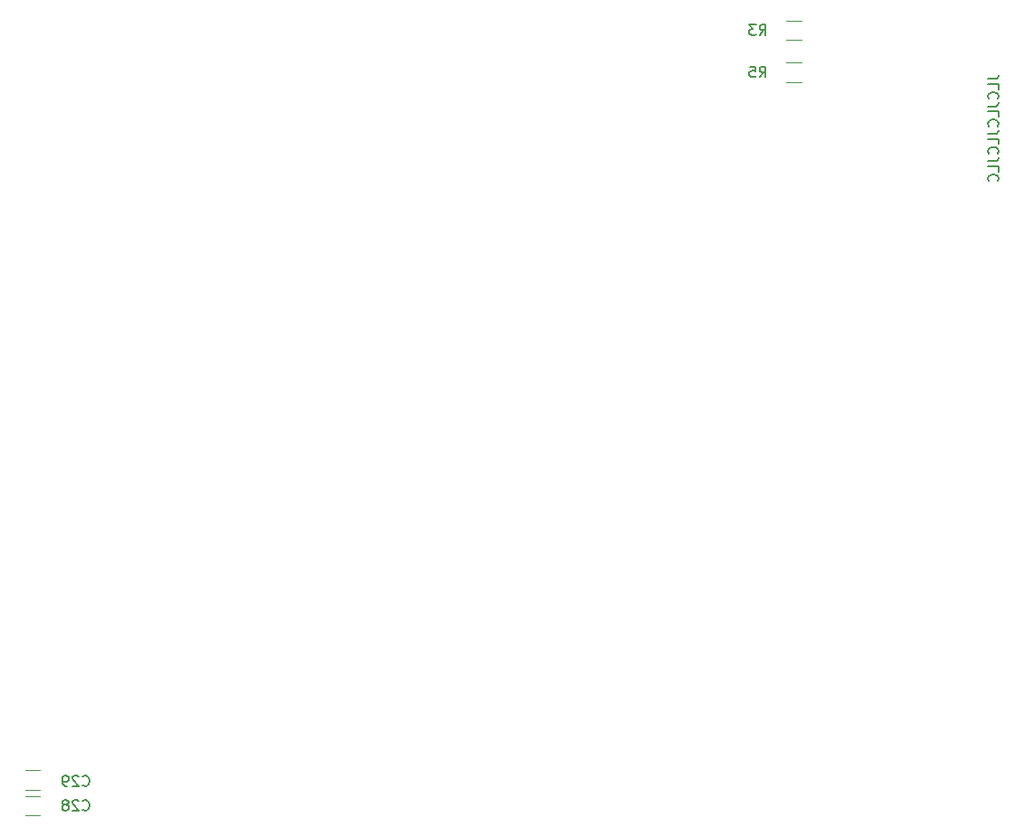
<source format=gbr>
%TF.GenerationSoftware,KiCad,Pcbnew,7.0.10*%
%TF.CreationDate,2024-02-21T03:28:03-08:00*%
%TF.ProjectId,b1,62312e6b-6963-4616-945f-706362585858,1*%
%TF.SameCoordinates,Original*%
%TF.FileFunction,Legend,Bot*%
%TF.FilePolarity,Positive*%
%FSLAX46Y46*%
G04 Gerber Fmt 4.6, Leading zero omitted, Abs format (unit mm)*
G04 Created by KiCad (PCBNEW 7.0.10) date 2024-02-21 03:28:03*
%MOMM*%
%LPD*%
G01*
G04 APERTURE LIST*
%ADD10C,0.150000*%
%ADD11C,0.120000*%
G04 APERTURE END LIST*
D10*
X192036819Y-65900493D02*
X192751104Y-65900493D01*
X192751104Y-65900493D02*
X192893961Y-65852874D01*
X192893961Y-65852874D02*
X192989200Y-65757636D01*
X192989200Y-65757636D02*
X193036819Y-65614779D01*
X193036819Y-65614779D02*
X193036819Y-65519541D01*
X193036819Y-66852874D02*
X193036819Y-66376684D01*
X193036819Y-66376684D02*
X192036819Y-66376684D01*
X192941580Y-67757636D02*
X192989200Y-67710017D01*
X192989200Y-67710017D02*
X193036819Y-67567160D01*
X193036819Y-67567160D02*
X193036819Y-67471922D01*
X193036819Y-67471922D02*
X192989200Y-67329065D01*
X192989200Y-67329065D02*
X192893961Y-67233827D01*
X192893961Y-67233827D02*
X192798723Y-67186208D01*
X192798723Y-67186208D02*
X192608247Y-67138589D01*
X192608247Y-67138589D02*
X192465390Y-67138589D01*
X192465390Y-67138589D02*
X192274914Y-67186208D01*
X192274914Y-67186208D02*
X192179676Y-67233827D01*
X192179676Y-67233827D02*
X192084438Y-67329065D01*
X192084438Y-67329065D02*
X192036819Y-67471922D01*
X192036819Y-67471922D02*
X192036819Y-67567160D01*
X192036819Y-67567160D02*
X192084438Y-67710017D01*
X192084438Y-67710017D02*
X192132057Y-67757636D01*
X192036819Y-68471922D02*
X192751104Y-68471922D01*
X192751104Y-68471922D02*
X192893961Y-68424303D01*
X192893961Y-68424303D02*
X192989200Y-68329065D01*
X192989200Y-68329065D02*
X193036819Y-68186208D01*
X193036819Y-68186208D02*
X193036819Y-68090970D01*
X193036819Y-69424303D02*
X193036819Y-68948113D01*
X193036819Y-68948113D02*
X192036819Y-68948113D01*
X192941580Y-70329065D02*
X192989200Y-70281446D01*
X192989200Y-70281446D02*
X193036819Y-70138589D01*
X193036819Y-70138589D02*
X193036819Y-70043351D01*
X193036819Y-70043351D02*
X192989200Y-69900494D01*
X192989200Y-69900494D02*
X192893961Y-69805256D01*
X192893961Y-69805256D02*
X192798723Y-69757637D01*
X192798723Y-69757637D02*
X192608247Y-69710018D01*
X192608247Y-69710018D02*
X192465390Y-69710018D01*
X192465390Y-69710018D02*
X192274914Y-69757637D01*
X192274914Y-69757637D02*
X192179676Y-69805256D01*
X192179676Y-69805256D02*
X192084438Y-69900494D01*
X192084438Y-69900494D02*
X192036819Y-70043351D01*
X192036819Y-70043351D02*
X192036819Y-70138589D01*
X192036819Y-70138589D02*
X192084438Y-70281446D01*
X192084438Y-70281446D02*
X192132057Y-70329065D01*
X192036819Y-71043351D02*
X192751104Y-71043351D01*
X192751104Y-71043351D02*
X192893961Y-70995732D01*
X192893961Y-70995732D02*
X192989200Y-70900494D01*
X192989200Y-70900494D02*
X193036819Y-70757637D01*
X193036819Y-70757637D02*
X193036819Y-70662399D01*
X193036819Y-71995732D02*
X193036819Y-71519542D01*
X193036819Y-71519542D02*
X192036819Y-71519542D01*
X192941580Y-72900494D02*
X192989200Y-72852875D01*
X192989200Y-72852875D02*
X193036819Y-72710018D01*
X193036819Y-72710018D02*
X193036819Y-72614780D01*
X193036819Y-72614780D02*
X192989200Y-72471923D01*
X192989200Y-72471923D02*
X192893961Y-72376685D01*
X192893961Y-72376685D02*
X192798723Y-72329066D01*
X192798723Y-72329066D02*
X192608247Y-72281447D01*
X192608247Y-72281447D02*
X192465390Y-72281447D01*
X192465390Y-72281447D02*
X192274914Y-72329066D01*
X192274914Y-72329066D02*
X192179676Y-72376685D01*
X192179676Y-72376685D02*
X192084438Y-72471923D01*
X192084438Y-72471923D02*
X192036819Y-72614780D01*
X192036819Y-72614780D02*
X192036819Y-72710018D01*
X192036819Y-72710018D02*
X192084438Y-72852875D01*
X192084438Y-72852875D02*
X192132057Y-72900494D01*
X192036819Y-73614780D02*
X192751104Y-73614780D01*
X192751104Y-73614780D02*
X192893961Y-73567161D01*
X192893961Y-73567161D02*
X192989200Y-73471923D01*
X192989200Y-73471923D02*
X193036819Y-73329066D01*
X193036819Y-73329066D02*
X193036819Y-73233828D01*
X193036819Y-74567161D02*
X193036819Y-74090971D01*
X193036819Y-74090971D02*
X192036819Y-74090971D01*
X192941580Y-75471923D02*
X192989200Y-75424304D01*
X192989200Y-75424304D02*
X193036819Y-75281447D01*
X193036819Y-75281447D02*
X193036819Y-75186209D01*
X193036819Y-75186209D02*
X192989200Y-75043352D01*
X192989200Y-75043352D02*
X192893961Y-74948114D01*
X192893961Y-74948114D02*
X192798723Y-74900495D01*
X192798723Y-74900495D02*
X192608247Y-74852876D01*
X192608247Y-74852876D02*
X192465390Y-74852876D01*
X192465390Y-74852876D02*
X192274914Y-74900495D01*
X192274914Y-74900495D02*
X192179676Y-74948114D01*
X192179676Y-74948114D02*
X192084438Y-75043352D01*
X192084438Y-75043352D02*
X192036819Y-75186209D01*
X192036819Y-75186209D02*
X192036819Y-75281447D01*
X192036819Y-75281447D02*
X192084438Y-75424304D01*
X192084438Y-75424304D02*
X192132057Y-75471923D01*
X170659541Y-65732819D02*
X170992874Y-65256628D01*
X171230969Y-65732819D02*
X171230969Y-64732819D01*
X171230969Y-64732819D02*
X170850017Y-64732819D01*
X170850017Y-64732819D02*
X170754779Y-64780438D01*
X170754779Y-64780438D02*
X170707160Y-64828057D01*
X170707160Y-64828057D02*
X170659541Y-64923295D01*
X170659541Y-64923295D02*
X170659541Y-65066152D01*
X170659541Y-65066152D02*
X170707160Y-65161390D01*
X170707160Y-65161390D02*
X170754779Y-65209009D01*
X170754779Y-65209009D02*
X170850017Y-65256628D01*
X170850017Y-65256628D02*
X171230969Y-65256628D01*
X169754779Y-64732819D02*
X170230969Y-64732819D01*
X170230969Y-64732819D02*
X170278588Y-65209009D01*
X170278588Y-65209009D02*
X170230969Y-65161390D01*
X170230969Y-65161390D02*
X170135731Y-65113771D01*
X170135731Y-65113771D02*
X169897636Y-65113771D01*
X169897636Y-65113771D02*
X169802398Y-65161390D01*
X169802398Y-65161390D02*
X169754779Y-65209009D01*
X169754779Y-65209009D02*
X169707160Y-65304247D01*
X169707160Y-65304247D02*
X169707160Y-65542342D01*
X169707160Y-65542342D02*
X169754779Y-65637580D01*
X169754779Y-65637580D02*
X169802398Y-65685200D01*
X169802398Y-65685200D02*
X169897636Y-65732819D01*
X169897636Y-65732819D02*
X170135731Y-65732819D01*
X170135731Y-65732819D02*
X170230969Y-65685200D01*
X170230969Y-65685200D02*
X170278588Y-65637580D01*
X170659541Y-61795819D02*
X170992874Y-61319628D01*
X171230969Y-61795819D02*
X171230969Y-60795819D01*
X171230969Y-60795819D02*
X170850017Y-60795819D01*
X170850017Y-60795819D02*
X170754779Y-60843438D01*
X170754779Y-60843438D02*
X170707160Y-60891057D01*
X170707160Y-60891057D02*
X170659541Y-60986295D01*
X170659541Y-60986295D02*
X170659541Y-61129152D01*
X170659541Y-61129152D02*
X170707160Y-61224390D01*
X170707160Y-61224390D02*
X170754779Y-61272009D01*
X170754779Y-61272009D02*
X170850017Y-61319628D01*
X170850017Y-61319628D02*
X171230969Y-61319628D01*
X170326207Y-60795819D02*
X169707160Y-60795819D01*
X169707160Y-60795819D02*
X170040493Y-61176771D01*
X170040493Y-61176771D02*
X169897636Y-61176771D01*
X169897636Y-61176771D02*
X169802398Y-61224390D01*
X169802398Y-61224390D02*
X169754779Y-61272009D01*
X169754779Y-61272009D02*
X169707160Y-61367247D01*
X169707160Y-61367247D02*
X169707160Y-61605342D01*
X169707160Y-61605342D02*
X169754779Y-61700580D01*
X169754779Y-61700580D02*
X169802398Y-61748200D01*
X169802398Y-61748200D02*
X169897636Y-61795819D01*
X169897636Y-61795819D02*
X170183350Y-61795819D01*
X170183350Y-61795819D02*
X170278588Y-61748200D01*
X170278588Y-61748200D02*
X170326207Y-61700580D01*
X107295792Y-132058580D02*
X107343411Y-132106200D01*
X107343411Y-132106200D02*
X107486268Y-132153819D01*
X107486268Y-132153819D02*
X107581506Y-132153819D01*
X107581506Y-132153819D02*
X107724363Y-132106200D01*
X107724363Y-132106200D02*
X107819601Y-132010961D01*
X107819601Y-132010961D02*
X107867220Y-131915723D01*
X107867220Y-131915723D02*
X107914839Y-131725247D01*
X107914839Y-131725247D02*
X107914839Y-131582390D01*
X107914839Y-131582390D02*
X107867220Y-131391914D01*
X107867220Y-131391914D02*
X107819601Y-131296676D01*
X107819601Y-131296676D02*
X107724363Y-131201438D01*
X107724363Y-131201438D02*
X107581506Y-131153819D01*
X107581506Y-131153819D02*
X107486268Y-131153819D01*
X107486268Y-131153819D02*
X107343411Y-131201438D01*
X107343411Y-131201438D02*
X107295792Y-131249057D01*
X106914839Y-131249057D02*
X106867220Y-131201438D01*
X106867220Y-131201438D02*
X106771982Y-131153819D01*
X106771982Y-131153819D02*
X106533887Y-131153819D01*
X106533887Y-131153819D02*
X106438649Y-131201438D01*
X106438649Y-131201438D02*
X106391030Y-131249057D01*
X106391030Y-131249057D02*
X106343411Y-131344295D01*
X106343411Y-131344295D02*
X106343411Y-131439533D01*
X106343411Y-131439533D02*
X106391030Y-131582390D01*
X106391030Y-131582390D02*
X106962458Y-132153819D01*
X106962458Y-132153819D02*
X106343411Y-132153819D01*
X105867220Y-132153819D02*
X105676744Y-132153819D01*
X105676744Y-132153819D02*
X105581506Y-132106200D01*
X105581506Y-132106200D02*
X105533887Y-132058580D01*
X105533887Y-132058580D02*
X105438649Y-131915723D01*
X105438649Y-131915723D02*
X105391030Y-131725247D01*
X105391030Y-131725247D02*
X105391030Y-131344295D01*
X105391030Y-131344295D02*
X105438649Y-131249057D01*
X105438649Y-131249057D02*
X105486268Y-131201438D01*
X105486268Y-131201438D02*
X105581506Y-131153819D01*
X105581506Y-131153819D02*
X105771982Y-131153819D01*
X105771982Y-131153819D02*
X105867220Y-131201438D01*
X105867220Y-131201438D02*
X105914839Y-131249057D01*
X105914839Y-131249057D02*
X105962458Y-131344295D01*
X105962458Y-131344295D02*
X105962458Y-131582390D01*
X105962458Y-131582390D02*
X105914839Y-131677628D01*
X105914839Y-131677628D02*
X105867220Y-131725247D01*
X105867220Y-131725247D02*
X105771982Y-131772866D01*
X105771982Y-131772866D02*
X105581506Y-131772866D01*
X105581506Y-131772866D02*
X105486268Y-131725247D01*
X105486268Y-131725247D02*
X105438649Y-131677628D01*
X105438649Y-131677628D02*
X105391030Y-131582390D01*
X107295792Y-134344580D02*
X107343411Y-134392200D01*
X107343411Y-134392200D02*
X107486268Y-134439819D01*
X107486268Y-134439819D02*
X107581506Y-134439819D01*
X107581506Y-134439819D02*
X107724363Y-134392200D01*
X107724363Y-134392200D02*
X107819601Y-134296961D01*
X107819601Y-134296961D02*
X107867220Y-134201723D01*
X107867220Y-134201723D02*
X107914839Y-134011247D01*
X107914839Y-134011247D02*
X107914839Y-133868390D01*
X107914839Y-133868390D02*
X107867220Y-133677914D01*
X107867220Y-133677914D02*
X107819601Y-133582676D01*
X107819601Y-133582676D02*
X107724363Y-133487438D01*
X107724363Y-133487438D02*
X107581506Y-133439819D01*
X107581506Y-133439819D02*
X107486268Y-133439819D01*
X107486268Y-133439819D02*
X107343411Y-133487438D01*
X107343411Y-133487438D02*
X107295792Y-133535057D01*
X106914839Y-133535057D02*
X106867220Y-133487438D01*
X106867220Y-133487438D02*
X106771982Y-133439819D01*
X106771982Y-133439819D02*
X106533887Y-133439819D01*
X106533887Y-133439819D02*
X106438649Y-133487438D01*
X106438649Y-133487438D02*
X106391030Y-133535057D01*
X106391030Y-133535057D02*
X106343411Y-133630295D01*
X106343411Y-133630295D02*
X106343411Y-133725533D01*
X106343411Y-133725533D02*
X106391030Y-133868390D01*
X106391030Y-133868390D02*
X106962458Y-134439819D01*
X106962458Y-134439819D02*
X106343411Y-134439819D01*
X105771982Y-133868390D02*
X105867220Y-133820771D01*
X105867220Y-133820771D02*
X105914839Y-133773152D01*
X105914839Y-133773152D02*
X105962458Y-133677914D01*
X105962458Y-133677914D02*
X105962458Y-133630295D01*
X105962458Y-133630295D02*
X105914839Y-133535057D01*
X105914839Y-133535057D02*
X105867220Y-133487438D01*
X105867220Y-133487438D02*
X105771982Y-133439819D01*
X105771982Y-133439819D02*
X105581506Y-133439819D01*
X105581506Y-133439819D02*
X105486268Y-133487438D01*
X105486268Y-133487438D02*
X105438649Y-133535057D01*
X105438649Y-133535057D02*
X105391030Y-133630295D01*
X105391030Y-133630295D02*
X105391030Y-133677914D01*
X105391030Y-133677914D02*
X105438649Y-133773152D01*
X105438649Y-133773152D02*
X105486268Y-133820771D01*
X105486268Y-133820771D02*
X105581506Y-133868390D01*
X105581506Y-133868390D02*
X105771982Y-133868390D01*
X105771982Y-133868390D02*
X105867220Y-133916009D01*
X105867220Y-133916009D02*
X105914839Y-133963628D01*
X105914839Y-133963628D02*
X105962458Y-134058866D01*
X105962458Y-134058866D02*
X105962458Y-134249342D01*
X105962458Y-134249342D02*
X105914839Y-134344580D01*
X105914839Y-134344580D02*
X105867220Y-134392200D01*
X105867220Y-134392200D02*
X105771982Y-134439819D01*
X105771982Y-134439819D02*
X105581506Y-134439819D01*
X105581506Y-134439819D02*
X105486268Y-134392200D01*
X105486268Y-134392200D02*
X105438649Y-134344580D01*
X105438649Y-134344580D02*
X105391030Y-134249342D01*
X105391030Y-134249342D02*
X105391030Y-134058866D01*
X105391030Y-134058866D02*
X105438649Y-133963628D01*
X105438649Y-133963628D02*
X105486268Y-133916009D01*
X105486268Y-133916009D02*
X105581506Y-133868390D01*
D11*
%TO.C,R5*%
X174564064Y-66188000D02*
X173109936Y-66188000D01*
X174564064Y-64368000D02*
X173109936Y-64368000D01*
%TO.C,R3*%
X173109936Y-62251000D02*
X174564064Y-62251000D01*
X173109936Y-60431000D02*
X174564064Y-60431000D01*
%TO.C,C29*%
X103327252Y-132482000D02*
X101904748Y-132482000D01*
X103327252Y-130662000D02*
X101904748Y-130662000D01*
%TO.C,C28*%
X103327252Y-134895000D02*
X101904748Y-134895000D01*
X103327252Y-133075000D02*
X101904748Y-133075000D01*
%TD*%
M02*

</source>
